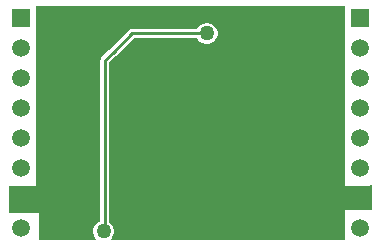
<source format=gbl>
%FSTAX23Y23*%
%MOIN*%
%SFA1B1*%

%IPPOS*%
%ADD51C,0.010000*%
%ADD52R,0.059060X0.059060*%
%ADD53C,0.059060*%
%ADD54C,0.030000*%
%ADD55C,0.050000*%
%LNboost-shield-v1.5-1*%
%LPD*%
G36*
X00624Y00799D02*
D01*
X0114*
Y002*
X0122*
X01225Y00205*
X0123Y00203*
Y0012*
X0114*
Y0002*
X00361*
X00359Y00025*
X00363Y00028*
X00367Y00036*
X0037Y00045*
Y00054*
X00367Y00063*
X00363Y00071*
X00356Y00078*
X00354Y00078*
Y00613*
X00375Y00634*
X00375*
X00436Y00694*
X00648*
X00651Y00688*
X00658Y00681*
X00666Y00677*
X00675Y00675*
X00684*
X00693Y00677*
X00701Y00681*
X00708Y00688*
X00712Y00696*
X00715Y00705*
Y00714*
X00712Y00723*
X00708Y00731*
X00701Y00738*
X00693Y00742*
X00684Y00745*
X00675*
X00666Y00742*
X00658Y00738*
X00651Y00731*
X00648Y00725*
X0043*
X00424Y00724*
X00419Y0072*
X00354Y00655*
X00354*
X00328Y0063*
X00325Y00625*
X00324Y00619*
Y00083*
X00321Y00082*
X00313Y00078*
X00306Y00071*
X00302Y00063*
X003Y00054*
Y00045*
X00302Y00036*
X00306Y00028*
X0031Y00025*
X00308Y0002*
X0012*
Y0011*
X0002*
Y002*
X0011*
Y008*
X00623*
X00624Y00799*
G37*
G54D51*
X00335Y0005D02*
X00339Y00054D01*
X00365Y00645D02*
D01*
X00339Y00054D02*
Y00619D01*
X00365Y00645*
X0043Y0071D01*
X0068*
G54D52*
X0119Y0076D03*
X0006D03*
G54D53*
X0119Y0066D03*
Y0056D03*
Y0046D03*
Y0036D03*
Y0026D03*
Y0016D03*
Y0006D03*
X0006Y0066D03*
Y0056D03*
Y0046D03*
Y0036D03*
Y0026D03*
Y0016D03*
Y0006D03*
G54D54*
X01Y0005D03*
X0075Y0015D03*
Y001D03*
Y0005D03*
X007Y0015D03*
Y001D03*
Y0005D03*
X004Y0045D03*
Y004D03*
X003Y007D03*
Y005D03*
Y0045D03*
Y004D03*
Y002D03*
Y0015D03*
Y001D03*
X0025Y007D03*
Y005D03*
Y0045D03*
Y004D03*
Y002D03*
Y0015D03*
Y001D03*
Y0005D03*
X002Y0075D03*
Y007D03*
Y005D03*
Y0045D03*
Y004D03*
X0015Y0075D03*
Y007D03*
Y0065D03*
Y006D03*
Y0055D03*
Y005D03*
Y0045D03*
Y004D03*
G54D55*
X00335Y0005D03*
X0068Y0071D03*
M02*
</source>
